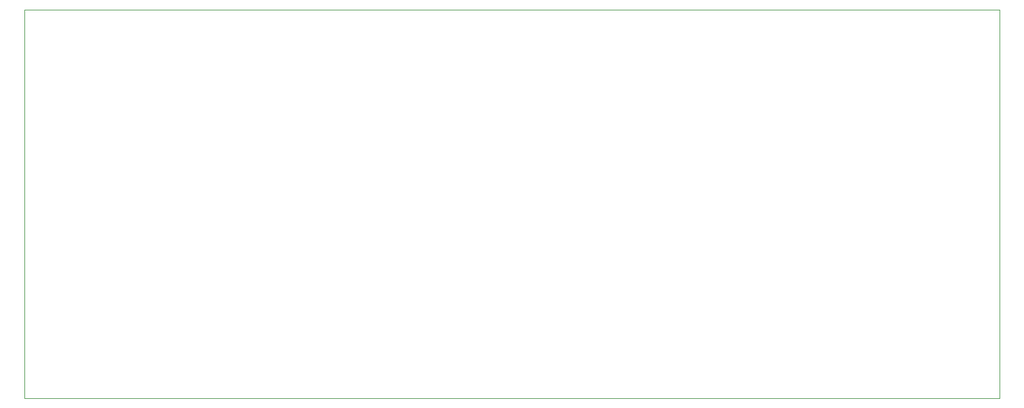
<source format=gbr>
%TF.GenerationSoftware,KiCad,Pcbnew,9.0.2*%
%TF.CreationDate,2025-07-10T19:46:16+05:30*%
%TF.ProjectId,STM32 ESC PCB Design,53544d33-3220-4455-9343-205043422044,rev?*%
%TF.SameCoordinates,Original*%
%TF.FileFunction,Profile,NP*%
%FSLAX46Y46*%
G04 Gerber Fmt 4.6, Leading zero omitted, Abs format (unit mm)*
G04 Created by KiCad (PCBNEW 9.0.2) date 2025-07-10 19:46:16*
%MOMM*%
%LPD*%
G01*
G04 APERTURE LIST*
%TA.AperFunction,Profile*%
%ADD10C,0.050000*%
%TD*%
G04 APERTURE END LIST*
D10*
X42100000Y-27100000D02*
X177200000Y-27100000D01*
X177200000Y-81000000D01*
X42100000Y-81000000D01*
X42100000Y-27100000D01*
M02*

</source>
